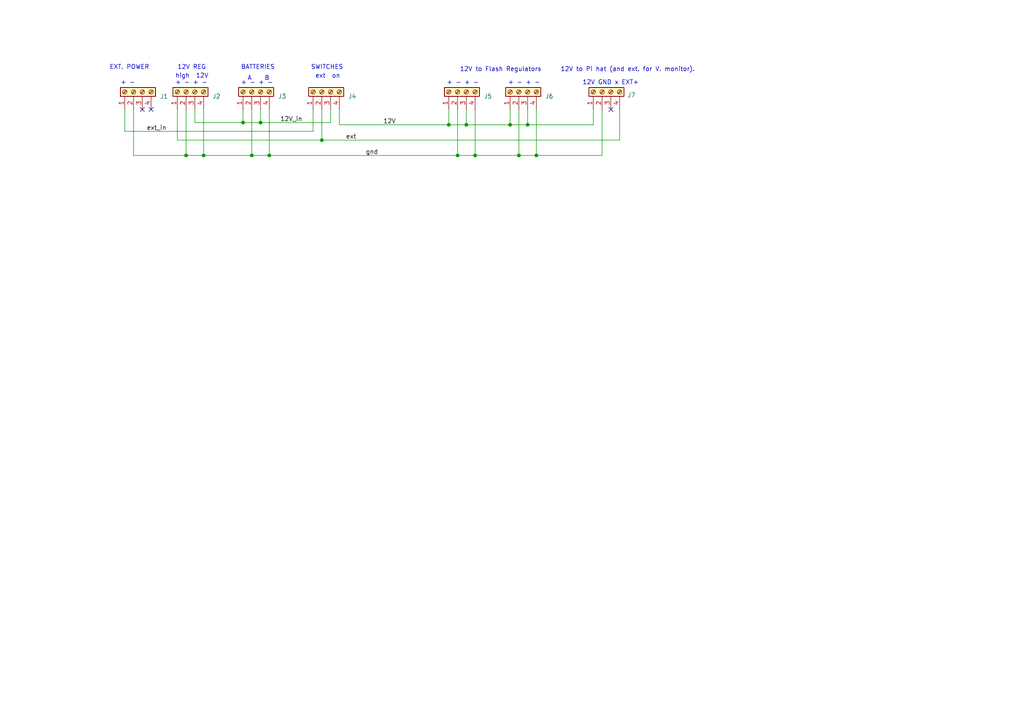
<source format=kicad_sch>
(kicad_sch (version 20230121) (generator eeschema)
  (paper "A4")
  (lib_symbols
    (symbol "Connector:Screw_Terminal_01x04" (pin_names (offset 1.016) hide)
      (property "Reference" "J" (at 0 5.08 0))
      (property "Value" "Screw_Terminal_01x04" (at 0 -7.62 0))
      (symbol "Screw_Terminal_01x04_1_1"
        (rectangle (start -1.27 3.81) (end 1.27 -6.35) (stroke (width 0.254)) (fill (type background)))
        (circle (center 0 -5.08) (radius 0.635) (stroke (width 0.1524)))
        (circle (center 0 -2.54) (radius 0.635) (stroke (width 0.1524)))
        (polyline (pts (xy -0.5334 -4.7498) (xy 0.3302 -5.588)) (stroke (width 0.1524)))
        (polyline (pts (xy -0.5334 -2.2098) (xy 0.3302 -3.048)) (stroke (width 0.1524)))
        (polyline (pts (xy -0.5334 0.3302) (xy 0.3302 -0.508)) (stroke (width 0.1524)))
        (polyline (pts (xy -0.5334 2.8702) (xy 0.3302 2.032)) (stroke (width 0.1524)))
        (polyline (pts (xy -0.3556 -4.572) (xy 0.508 -5.4102)) (stroke (width 0.1524)))
        (polyline (pts (xy -0.3556 -2.032) (xy 0.508 -2.8702)) (stroke (width 0.1524)))
        (polyline (pts (xy -0.3556 0.508) (xy 0.508 -0.3302)) (stroke (width 0.1524)))
        (polyline (pts (xy -0.3556 3.048) (xy 0.508 2.2098)) (stroke (width 0.1524)))
        (circle (center 0 0) (radius 0.635) (stroke (width 0.1524)))
        (circle (center 0 2.54) (radius 0.635) (stroke (width 0.1524)))
        (pin passive line (at -5.08 2.54 0) (length 3.81) (name "Pin_1") (number "1"))
        (pin passive line (at -5.08 0 0) (length 3.81) (name "Pin_2") (number "2"))
        (pin passive line (at -5.08 -2.54 0) (length 3.81) (name "Pin_3") (number "3"))
        (pin passive line (at -5.08 -5.08 0) (length 3.81) (name "Pin_4") (number "4"))
      )
    )
  )
  (junction (at 135.255 36.195))
  (junction (at 150.495 45.085))
  (junction (at 75.565 35.56))
  (junction (at 78.105 45.085))
  (junction (at 155.575 45.085))
  (junction (at 93.345 40.64))
  (junction (at 70.485 35.56))
  (junction (at 132.715 45.085))
  (junction (at 59.055 45.085))
  (junction (at 73.025 45.085))
  (junction (at 147.955 36.195))
  (junction (at 53.975 45.085))
  (junction (at 137.795 45.085))
  (junction (at 153.035 36.195))
  (junction (at 130.175 36.195))
  (no_connect (at 43.815 31.75))
  (no_connect (at 177.165 31.75))
  (no_connect (at 41.275 31.75))
  (wire (pts (xy 93.345 40.64) (xy 51.435 40.64)))
  (wire (pts (xy 73.025 31.75) (xy 73.025 45.085)))
  (wire (pts (xy 155.575 31.75) (xy 155.575 45.085)))
  (wire (pts (xy 59.055 31.75) (xy 59.055 45.085)))
  (wire (pts (xy 53.975 45.085) (xy 59.055 45.085)))
  (wire (pts (xy 150.495 45.085) (xy 137.795 45.085)))
  (wire (pts (xy 150.495 31.75) (xy 150.495 45.085)))
  (wire (pts (xy 153.035 36.195) (xy 153.035 31.75)))
  (wire (pts (xy 174.625 31.75) (xy 174.625 45.085)))
  (wire (pts (xy 75.565 35.56) (xy 70.485 35.56)))
  (wire (pts (xy 98.425 31.75) (xy 98.425 36.195)))
  (wire (pts (xy 155.575 45.085) (xy 150.495 45.085)))
  (wire (pts (xy 70.485 35.56) (xy 56.515 35.56)))
  (wire (pts (xy 137.795 31.75) (xy 137.795 45.085)))
  (wire (pts (xy 56.515 35.56) (xy 56.515 31.75)))
  (wire (pts (xy 179.705 40.64) (xy 179.705 31.75)))
  (wire (pts (xy 59.055 45.085) (xy 73.025 45.085)))
  (wire (pts (xy 93.345 40.64) (xy 179.705 40.64)))
  (wire (pts (xy 135.255 31.75) (xy 135.255 36.195)))
  (wire (pts (xy 78.105 31.75) (xy 78.105 45.085)))
  (wire (pts (xy 135.255 36.195) (xy 147.955 36.195)))
  (wire (pts (xy 147.955 36.195) (xy 153.035 36.195)))
  (wire (pts (xy 36.195 38.1) (xy 90.805 38.1)))
  (wire (pts (xy 95.885 31.75) (xy 95.885 35.56)))
  (wire (pts (xy 90.805 38.1) (xy 90.805 31.75)))
  (wire (pts (xy 95.885 35.56) (xy 75.565 35.56)))
  (wire (pts (xy 78.105 45.085) (xy 132.715 45.085)))
  (wire (pts (xy 174.625 45.085) (xy 155.575 45.085)))
  (wire (pts (xy 38.735 45.085) (xy 53.975 45.085)))
  (wire (pts (xy 130.175 31.75) (xy 130.175 36.195)))
  (wire (pts (xy 153.035 36.195) (xy 172.085 36.195)))
  (wire (pts (xy 137.795 45.085) (xy 132.715 45.085)))
  (wire (pts (xy 51.435 31.75) (xy 51.435 40.64)))
  (wire (pts (xy 132.715 31.75) (xy 132.715 45.085)))
  (wire (pts (xy 73.025 45.085) (xy 78.105 45.085)))
  (wire (pts (xy 36.195 31.75) (xy 36.195 38.1)))
  (wire (pts (xy 172.085 31.75) (xy 172.085 36.195)))
  (wire (pts (xy 98.425 36.195) (xy 130.175 36.195)))
  (wire (pts (xy 75.565 31.75) (xy 75.565 35.56)))
  (wire (pts (xy 130.175 36.195) (xy 135.255 36.195)))
  (wire (pts (xy 53.975 31.75) (xy 53.975 45.085)))
  (wire (pts (xy 147.955 31.75) (xy 147.955 36.195)))
  (wire (pts (xy 70.485 31.75) (xy 70.485 35.56)))
  (wire (pts (xy 93.345 31.75) (xy 93.345 40.64)))
  (wire (pts (xy 38.735 31.75) (xy 38.735 45.085)))
  (text "high  12V" (at 50.8 22.86 0) (effects (font (size 1.27 1.27)) (justify left bottom)))
  (text "12V to Flash Regulators" (at 133.35 20.955 0) (effects (font (size 1.27 1.27)) (justify left bottom)))
  (text "12V REG" (at 51.435 20.32 0) (effects (font (size 1.27 1.27)) (justify left bottom)))
  (text "+ - + -" (at 50.8 24.765 0) (effects (font (size 1.27 1.27)) (justify left bottom)))
  (text "+ - + -" (at 147.32 24.765 0) (effects (font (size 1.27 1.27)) (justify left bottom)))
  (text "+ - + -" (at 69.85 24.765 0) (effects (font (size 1.27 1.27)) (justify left bottom)))
  (text "BATTERIES" (at 69.85 20.32 0) (effects (font (size 1.27 1.27)) (justify left bottom)))
  (text "12V to Pi hat (and ext. for V. monitor)." (at 162.56 20.955 0) (effects (font (size 1.27 1.27)) (justify left bottom)))
  (text "A    B" (at 71.755 23.495 0) (effects (font (size 1.27 1.27)) (justify left bottom)))
  (text "12V GND x EXT+" (at 168.91 24.765 0) (effects (font (size 1.27 1.27)) (justify left bottom)))
  (text "+ - + -" (at 129.54 24.765 0) (effects (font (size 1.27 1.27)) (justify left bottom)))
  (text "EXT. POWER" (at 31.75 20.32 0) (effects (font (size 1.27 1.27)) (justify left bottom)))
  (text "ext  on" (at 91.44 22.86 0) (effects (font (size 1.27 1.27)) (justify left bottom)))
  (text "+ -" (at 34.925 24.765 0) (effects (font (size 1.27 1.27)) (justify left bottom)))
  (text "SWITCHES\n" (at 90.17 20.32 0) (effects (font (size 1.27 1.27)) (justify left bottom)))
  (label "12V_in" (at 81.28 35.56 0))
  (label "12V" (at 111.125 36.195 0))
  (label "ext" (at 100.33 40.64 0))
  (label "ext_in" (at 42.545 38.1 0))
  (label "gnd" (at 106.045 45.085 0))
  (symbol (lib_id "Connector:Screw_Terminal_01x04") (at 73.025 26.67 90) (unit 1)
    (property "Reference" "J3" (at 80.645 27.94 90) (effects (justify right)))
    (property "Value" "Screw_Terminal_01x04" (effects hide))
    (property "Footprint" "TerminalBlock_RND:TerminalBlock_RND_205-00278_1x04_P5.00mm_Vertical" (effects hide))
  )
  (symbol (lib_id "Connector:Screw_Terminal_01x04") (at 53.975 26.67 90) (unit 1)
    (property "Reference" "J2" (at 61.595 27.94 90) (effects (justify right)))
    (property "Value" "Screw_Terminal_01x04" (effects hide))
    (property "Footprint" "TerminalBlock_RND:TerminalBlock_RND_205-00278_1x04_P5.00mm_Vertical" (effects hide))
  )
  (symbol (lib_id "Connector:Screw_Terminal_01x04") (at 132.715 26.67 90) (unit 1)
    (property "Reference" "J5" (at 140.335 27.94 90) (effects (justify right)))
    (property "Value" "Screw_Terminal_01x04" (effects hide))
    (property "Footprint" "TerminalBlock_RND:TerminalBlock_RND_205-00278_1x04_P5.00mm_Vertical" (effects hide))
  )
  (symbol (lib_id "Connector:Screw_Terminal_01x04") (at 174.625 26.67 90) (unit 1)
    (property "Reference" "J7" (at 181.9402 27.5844 90) (effects (justify right)))
    (property "Value" "Screw_Terminal_01x04" (effects hide))
    (property "Footprint" "TerminalBlock_RND:TerminalBlock_RND_205-00278_1x04_P5.00mm_Vertical" (effects hide))
  )
  (symbol (lib_id "Connector:Screw_Terminal_01x04") (at 38.735 26.67 90) (unit 1)
    (property "Reference" "J1" (at 46.355 27.94 90) (effects (justify right)))
    (property "Value" "Screw_Terminal_01x04" (effects hide))
    (property "Footprint" "TerminalBlock_RND:TerminalBlock_RND_205-00278_1x04_P5.00mm_Vertical" (effects hide))
  )
  (symbol (lib_id "Connector:Screw_Terminal_01x04") (at 150.495 26.67 90) (unit 1)
    (property "Reference" "J6" (at 158.115 27.94 90) (effects (justify right)))
    (property "Value" "Screw_Terminal_01x04" (effects hide))
    (property "Footprint" "TerminalBlock_RND:TerminalBlock_RND_205-00278_1x04_P5.00mm_Vertical" (effects hide))
  )
  (symbol (lib_id "Connector:Screw_Terminal_01x04") (at 93.345 26.67 90) (unit 1)
    (property "Reference" "J4" (at 100.965 27.94 90) (effects (justify right)))
    (property "Value" "Screw_Terminal_01x04" (effects hide))
    (property "Footprint" "TerminalBlock_RND:TerminalBlock_RND_205-00278_1x04_P5.00mm_Vertical" (effects hide))
  )
)
</source>
